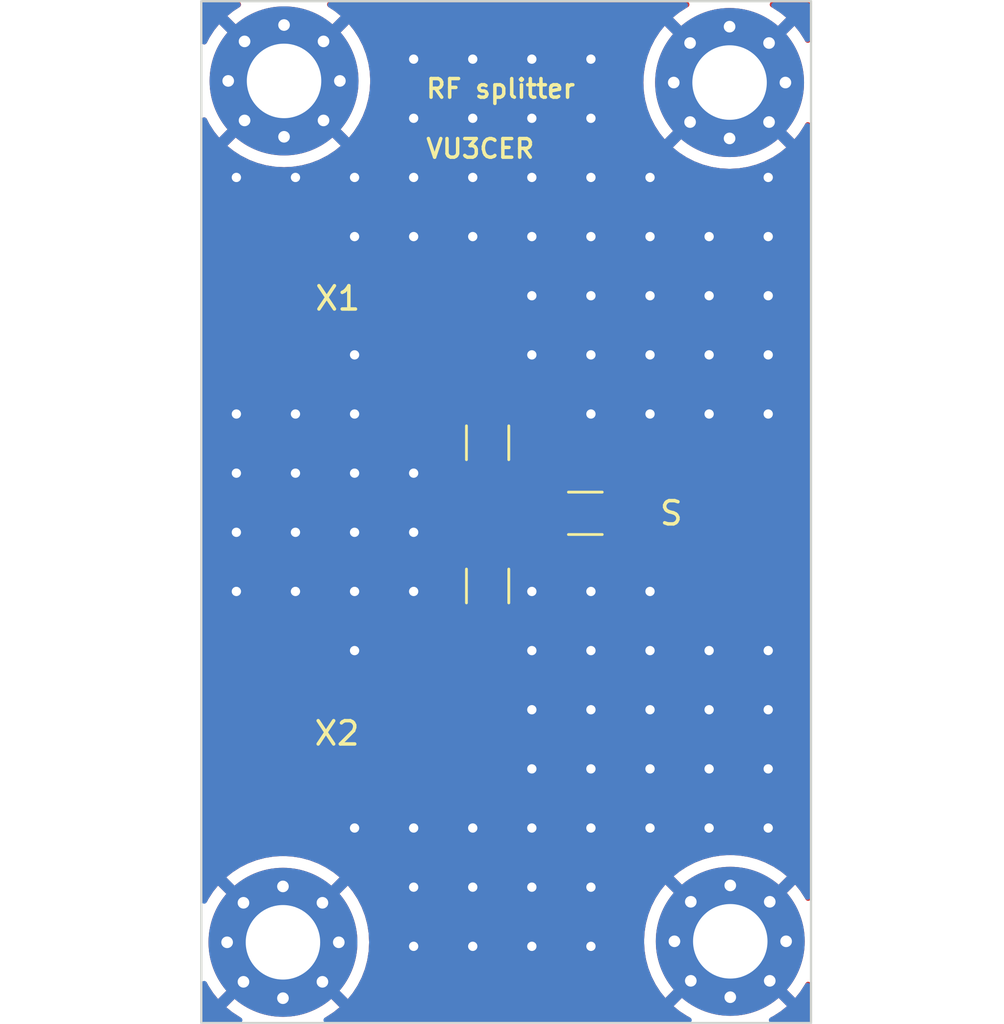
<source format=kicad_pcb>
(kicad_pcb (version 20221018) (generator pcbnew)
  (layers (0 "F.Cu" signal) (31 "B.Cu" signal) (34 "B.Paste" user) (35 "F.Paste" user) (36 "B.SilkS" user "B.Silkscreen") (37 "F.SilkS" user "F.Silkscreen") (38 "B.Mask" user) (39 "F.Mask" user) (44 "Edge.Cuts" user))
  (net 0 "")
  (net 1 "GND")
  (net 2 "Net-(SMA3-In)")
  (net 3 "Net-(SMA2-In)")
  (net 4 "Net-(SMA1-In)")
  (net 5 "Net-(R1-Pad1)")
  (footprint "Resistor_SMD:R_1206_3216Metric_Pad1.30x1.75mm_HandSolder" (layer "F.Cu") (at 101.83 105.72 180)
    (fp_text reference "R2" hide)
    (fp_text value "16.7R" hide)
    (fp_line (start -0.727064 -0.91) (end 0.727064 -0.91) (stroke (width 0.12)) (layer "F.SilkS"))
    (fp_line (start -0.727064 0.91) (end 0.727064 0.91) (stroke (width 0.12)) (layer "F.SilkS"))
    (pad "1" smd roundrect (at -1.55 0 180) (size 1.3 1.75) (layers "F.Cu" "F.Paste" "F.Mask") (roundrect_rratio 0.1923076923) (net 2 "Net-(SMA3-In)"))
    (pad "2" smd roundrect (at 1.55 0 180) (size 1.3 1.75) (layers "F.Cu" "F.Paste" "F.Mask") (roundrect_rratio 0.1923076923) (net 5 "Net-(R1-Pad1)"))
  )
  (footprint "footprints:SMA_EDGELAUNCH_Modded" (layer "F.Cu") (at 110.52 105.7 180)
    (fp_text reference "SMA3" hide)
    (fp_text value "S" (at 4.42 -0.02) (layer "F.SilkS") (effects (justify right)))
    (pad "1" smd rect (at 2.032 0 270) (size 1.27 4.064) (layers "F.Cu" "F.Mask") (net 2 "Net-(SMA3-In)"))
    (pad "2" smd rect (at 2.032 -2.54 270) (size 1.524 4.064) (layers "F.Cu" "F.Mask") (net 1 "GND"))
    (pad "2" smd rect (at 2.032 2.54 270) (size 1.524 4.064) (layers "F.Cu" "F.Mask") (net 1 "GND"))
  )
  (footprint "footprints:SMA_EDGELAUNCH_Modded" (layer "F.Cu") (at 85.99 96.45)
    (fp_text reference "SMA1" hide)
    (fp_text value "X1" (at 6.25 0.04 180) (layer "F.SilkS") (effects (justify right)))
    (pad "1" smd rect (at 2.032 0 90) (size 1.27 4.064) (layers "F.Cu" "F.Mask") (net 4 "Net-(SMA1-In)"))
    (pad "2" smd rect (at 2.032 -2.54 90) (size 1.524 4.064) (layers "F.Cu" "F.Mask") (net 1 "GND"))
    (pad "2" smd rect (at 2.032 2.54 90) (size 1.524 4.064) (layers "F.Cu" "F.Mask") (net 1 "GND"))
  )
  (footprint "Resistor_SMD:R_1206_3216Metric_Pad1.30x1.75mm_HandSolder" (layer "F.Cu") (at 97.63 108.84 -90)
    (fp_text reference "R3" hide)
    (fp_text value "16.7R" hide)
    (fp_line (start -0.727064 -0.91) (end 0.727064 -0.91) (stroke (width 0.12)) (layer "F.SilkS"))
    (fp_line (start -0.727064 0.91) (end 0.727064 0.91) (stroke (width 0.12)) (layer "F.SilkS"))
    (pad "1" smd roundrect (at -1.55 0 270) (size 1.3 1.75) (layers "F.Cu" "F.Paste" "F.Mask") (roundrect_rratio 0.1923076923) (net 5 "Net-(R1-Pad1)"))
    (pad "2" smd roundrect (at 1.55 0 270) (size 1.3 1.75) (layers "F.Cu" "F.Paste" "F.Mask") (roundrect_rratio 0.1923076923) (net 3 "Net-(SMA2-In)"))
  )
  (footprint "MountingHole:MountingHole_3.2mm_M3_Pad_Via" (layer "F.Cu") (at 88.88 87.15)
    (fp_text reference "H1" hide)
    (fp_text value "MountingHole_Pad" hide)
    (pad "1" thru_hole circle (at -2.4 0) (size 0.8 0.8) (drill 0.5) (layers "*.Cu" "*.Mask") (net 1 "GND"))
    (pad "1" thru_hole circle (at -1.697056 -1.697056) (size 0.8 0.8) (drill 0.5) (layers "*.Cu" "*.Mask") (net 1 "GND"))
    (pad "1" thru_hole circle (at -1.697056 1.697056) (size 0.8 0.8) (drill 0.5) (layers "*.Cu" "*.Mask") (net 1 "GND"))
    (pad "1" thru_hole circle (at 0 -2.4) (size 0.8 0.8) (drill 0.5) (layers "*.Cu" "*.Mask") (net 1 "GND"))
    (pad "1" thru_hole circle (at 0 0) (size 6.4 6.4) (drill 3.2) (layers "*.Cu" "*.Mask") (net 1 "GND"))
    (pad "1" thru_hole circle (at 0 2.4) (size 0.8 0.8) (drill 0.5) (layers "*.Cu" "*.Mask") (net 1 "GND"))
    (pad "1" thru_hole circle (at 1.697056 -1.697056) (size 0.8 0.8) (drill 0.5) (layers "*.Cu" "*.Mask") (net 1 "GND"))
    (pad "1" thru_hole circle (at 1.697056 1.697056) (size 0.8 0.8) (drill 0.5) (layers "*.Cu" "*.Mask") (net 1 "GND"))
    (pad "1" thru_hole circle (at 2.4 0) (size 0.8 0.8) (drill 0.5) (layers "*.Cu" "*.Mask") (net 1 "GND"))
  )
  (footprint "footprints:SMA_EDGELAUNCH_Modded" (layer "F.Cu") (at 85.98 115.12)
    (fp_text reference "SMA2" hide)
    (fp_text value "X2" (at 6.22745 0.05) (layer "F.SilkS") (effects (justify right)))
    (pad "1" smd rect (at 2.032 0 90) (size 1.27 4.064) (layers "F.Cu" "F.Mask") (net 3 "Net-(SMA2-In)"))
    (pad "2" smd rect (at 2.032 -2.54 90) (size 1.524 4.064) (layers "F.Cu" "F.Mask") (net 1 "GND"))
    (pad "2" smd rect (at 2.032 2.54 90) (size 1.524 4.064) (layers "F.Cu" "F.Mask") (net 1 "GND"))
  )
  (footprint "MountingHole:MountingHole_3.2mm_M3_Pad_Via" (layer "F.Cu") (at 108.03 87.22)
    (fp_text reference "H2" hide)
    (fp_text value "MountingHole_Pad" hide)
    (pad "1" thru_hole circle (at -2.4 0) (size 0.8 0.8) (drill 0.5) (layers "*.Cu" "*.Mask") (net 1 "GND"))
    (pad "1" thru_hole circle (at -1.697056 -1.697056) (size 0.8 0.8) (drill 0.5) (layers "*.Cu" "*.Mask") (net 1 "GND"))
    (pad "1" thru_hole circle (at -1.697056 1.697056) (size 0.8 0.8) (drill 0.5) (layers "*.Cu" "*.Mask") (net 1 "GND"))
    (pad "1" thru_hole circle (at 0 -2.4) (size 0.8 0.8) (drill 0.5) (layers "*.Cu" "*.Mask") (net 1 "GND"))
    (pad "1" thru_hole circle (at 0 0) (size 6.4 6.4) (drill 3.2) (layers "*.Cu" "*.Mask") (net 1 "GND"))
    (pad "1" thru_hole circle (at 0 2.4) (size 0.8 0.8) (drill 0.5) (layers "*.Cu" "*.Mask") (net 1 "GND"))
    (pad "1" thru_hole circle (at 1.697056 -1.697056) (size 0.8 0.8) (drill 0.5) (layers "*.Cu" "*.Mask") (net 1 "GND"))
    (pad "1" thru_hole circle (at 1.697056 1.697056) (size 0.8 0.8) (drill 0.5) (layers "*.Cu" "*.Mask") (net 1 "GND"))
    (pad "1" thru_hole circle (at 2.4 0) (size 0.8 0.8) (drill 0.5) (layers "*.Cu" "*.Mask") (net 1 "GND"))
  )
  (footprint "Resistor_SMD:R_1206_3216Metric_Pad1.30x1.75mm_HandSolder" (layer "F.Cu") (at 97.63 102.69 90)
    (fp_text reference "R1" hide)
    (fp_text value "16.7R" hide)
    (fp_line (start -0.727064 -0.91) (end 0.727064 -0.91) (stroke (width 0.12)) (layer "F.SilkS"))
    (fp_line (start -0.727064 0.91) (end 0.727064 0.91) (stroke (width 0.12)) (layer "F.SilkS"))
    (pad "1" smd roundrect (at -1.55 0 90) (size 1.3 1.75) (layers "F.Cu" "F.Paste" "F.Mask") (roundrect_rratio 0.1923076923) (net 5 "Net-(R1-Pad1)"))
    (pad "2" smd roundrect (at 1.55 0 90) (size 1.3 1.75) (layers "F.Cu" "F.Paste" "F.Mask") (roundrect_rratio 0.1923076923) (net 4 "Net-(SMA1-In)"))
  )
  (footprint "MountingHole:MountingHole_3.2mm_M3_Pad_Via" (layer "F.Cu") (at 88.832944 124.142944)
    (fp_text reference "H3" hide)
    (fp_text value "MountingHole_Pad" hide)
    (pad "1" thru_hole circle (at -2.4 0) (size 0.8 0.8) (drill 0.5) (layers "*.Cu" "*.Mask") (net 1 "GND"))
    (pad "1" thru_hole circle (at -1.697056 -1.697056) (size 0.8 0.8) (drill 0.5) (layers "*.Cu" "*.Mask") (net 1 "GND"))
    (pad "1" thru_hole circle (at -1.697056 1.697056) (size 0.8 0.8) (drill 0.5) (layers "*.Cu" "*.Mask") (net 1 "GND"))
    (pad "1" thru_hole circle (at 0 -2.4) (size 0.8 0.8) (drill 0.5) (layers "*.Cu" "*.Mask") (net 1 "GND"))
    (pad "1" thru_hole circle (at 0 0) (size 6.4 6.4) (drill 3.2) (layers "*.Cu" "*.Mask") (net 1 "GND"))
    (pad "1" thru_hole circle (at 0 2.4) (size 0.8 0.8) (drill 0.5) (layers "*.Cu" "*.Mask") (net 1 "GND"))
    (pad "1" thru_hole circle (at 1.697056 -1.697056) (size 0.8 0.8) (drill 0.5) (layers "*.Cu" "*.Mask") (net 1 "GND"))
    (pad "1" thru_hole circle (at 1.697056 1.697056) (size 0.8 0.8) (drill 0.5) (layers "*.Cu" "*.Mask") (net 1 "GND"))
    (pad "1" thru_hole circle (at 2.4 0) (size 0.8 0.8) (drill 0.5) (layers "*.Cu" "*.Mask") (net 1 "GND"))
  )
  (footprint "MountingHole:MountingHole_3.2mm_M3_Pad_Via" (layer "F.Cu") (at 108.06 124.1)
    (fp_text reference "H4" hide)
    (fp_text value "MountingHole_Pad" hide)
    (pad "1" thru_hole circle (at -2.4 0) (size 0.8 0.8) (drill 0.5) (layers "*.Cu" "*.Mask") (net 1 "GND"))
    (pad "1" thru_hole circle (at -1.697056 -1.697056) (size 0.8 0.8) (drill 0.5) (layers "*.Cu" "*.Mask") (net 1 "GND"))
    (pad "1" thru_hole circle (at -1.697056 1.697056) (size 0.8 0.8) (drill 0.5) (layers "*.Cu" "*.Mask") (net 1 "GND"))
    (pad "1" thru_hole circle (at 0 -2.4) (size 0.8 0.8) (drill 0.5) (layers "*.Cu" "*.Mask") (net 1 "GND"))
    (pad "1" thru_hole circle (at 0 0) (size 6.4 6.4) (drill 3.2) (layers "*.Cu" "*.Mask") (net 1 "GND"))
    (pad "1" thru_hole circle (at 0 2.4) (size 0.8 0.8) (drill 0.5) (layers "*.Cu" "*.Mask") (net 1 "GND"))
    (pad "1" thru_hole circle (at 1.697056 -1.697056) (size 0.8 0.8) (drill 0.5) (layers "*.Cu" "*.Mask") (net 1 "GND"))
    (pad "1" thru_hole circle (at 1.697056 1.697056) (size 0.8 0.8) (drill 0.5) (layers "*.Cu" "*.Mask") (net 1 "GND"))
    (pad "1" thru_hole circle (at 2.4 0) (size 0.8 0.8) (drill 0.5) (layers "*.Cu" "*.Mask") (net 1 "GND"))
  )
  (gr_rect (start 85.3234 83.725) (end 111.53 127.61) (stroke (width 0.1)) (fill none) (layer "Edge.Cuts"))
  (gr_text "RF splitter\n\nVU3CER" (at 94.91 90.53) (layer "F.SilkS") (effects (font (size 0.8 0.8)) (justify left bottom)))
  (via (at 107.1509 114.155) (size 0.8) (drill 0.4) (layers "F.Cu" "B.Cu") (net 1))
  (via (at 99.5309 96.375) (size 0.8) (drill 0.4) (layers "F.Cu" "B.Cu") (net 1))
  (via (at 102.0709 96.375) (size 0.8) (drill 0.4) (layers "F.Cu" "B.Cu") (net 1))
  (via (at 99.5309 114.155) (size 0.8) (drill 0.4) (layers "F.Cu" "B.Cu") (net 1))
  (via (at 107.1509 119.235) (size 0.8) (drill 0.4) (layers "F.Cu" "B.Cu") (net 1))
  (via (at 102.0709 111.615) (size 0.8) (drill 0.4) (layers "F.Cu" "B.Cu") (net 1))
  (via (at 94.4509 109.075) (size 0.8) (drill 0.4) (layers "F.Cu" "B.Cu") (net 1))
  (via (at 107.1509 98.915) (size 0.8) (drill 0.4) (layers "F.Cu" "B.Cu") (net 1))
  (via (at 107.1509 101.455) (size 0.8) (drill 0.4) (layers "F.Cu" "B.Cu") (net 1))
  (via (at 91.9109 111.615) (size 0.8) (drill 0.4) (layers "F.Cu" "B.Cu") (net 1))
  (via (at 109.6909 91.295) (size 0.8) (drill 0.4) (layers "F.Cu" "B.Cu") (net 1))
  (via (at 94.4509 88.755) (size 0.8) (drill 0.4) (layers "F.Cu" "B.Cu") (net 1))
  (via (at 96.9909 88.755) (size 0.8) (drill 0.4) (layers "F.Cu" "B.Cu") (net 1))
  (via (at 91.9109 119.235) (size 0.8) (drill 0.4) (layers "F.Cu" "B.Cu") (net 1))
  (via (at 109.6909 93.835) (size 0.8) (drill 0.4) (layers "F.Cu" "B.Cu") (net 1))
  (via (at 96.9909 86.215) (size 0.8) (drill 0.4) (layers "F.Cu" "B.Cu") (net 1))
  (via (at 109.6909 119.235) (size 0.8) (drill 0.4) (layers "F.Cu" "B.Cu") (net 1))
  (via (at 86.8309 91.295) (size 0.8) (drill 0.4) (layers "F.Cu" "B.Cu") (net 1))
  (via (at 99.5309 91.295) (size 0.8) (drill 0.4) (layers "F.Cu" "B.Cu") (net 1))
  (via (at 94.4509 103.995) (size 0.8) (drill 0.4) (layers "F.Cu" "B.Cu") (net 1))
  (via (at 96.9909 121.775) (size 0.8) (drill 0.4) (layers "F.Cu" "B.Cu") (net 1))
  (via (at 109.6909 101.455) (size 0.8) (drill 0.4) (layers "F.Cu" "B.Cu") (net 1))
  (via (at 91.9109 101.455) (size 0.8) (drill 0.4) (layers "F.Cu" "B.Cu") (net 1))
  (via (at 104.6109 96.375) (size 0.8) (drill 0.4) (layers "F.Cu" "B.Cu") (net 1))
  (via (at 91.9109 98.915) (size 0.8) (drill 0.4) (layers "F.Cu" "B.Cu") (net 1))
  (via (at 89.3709 103.995) (size 0.8) (drill 0.4) (layers "F.Cu" "B.Cu") (net 1))
  (via (at 102.0709 114.155) (size 0.8) (drill 0.4) (layers "F.Cu" "B.Cu") (net 1))
  (via (at 102.0709 88.755) (size 0.8) (drill 0.4) (layers "F.Cu" "B.Cu") (net 1))
  (via (at 104.6109 91.295) (size 0.8) (drill 0.4) (layers "F.Cu" "B.Cu") (net 1))
  (via (at 91.9109 93.835) (size 0.8) (drill 0.4) (layers "F.Cu" "B.Cu") (net 1))
  (via (at 107.1509 96.375) (size 0.8) (drill 0.4) (layers "F.Cu" "B.Cu") (net 1))
  (via (at 102.0709 109.075) (size 0.8) (drill 0.4) (layers "F.Cu" "B.Cu") (net 1))
  (via (at 91.9109 103.995) (size 0.8) (drill 0.4) (layers "F.Cu" "B.Cu") (net 1))
  (via (at 102.0709 121.775) (size 0.8) (drill 0.4) (layers "F.Cu" "B.Cu") (net 1))
  (via (at 109.6909 111.615) (size 0.8) (drill 0.4) (layers "F.Cu" "B.Cu") (net 1))
  (via (at 109.6909 96.375) (size 0.8) (drill 0.4) (layers "F.Cu" "B.Cu") (net 1))
  (via (at 86.8309 103.995) (size 0.8) (drill 0.4) (layers "F.Cu" "B.Cu") (net 1))
  (via (at 104.6109 116.695) (size 0.8) (drill 0.4) (layers "F.Cu" "B.Cu") (net 1))
  (via (at 99.5309 93.835) (size 0.8) (drill 0.4) (layers "F.Cu" "B.Cu") (net 1))
  (via (at 96.9909 119.235) (size 0.8) (drill 0.4) (layers "F.Cu" "B.Cu") (net 1))
  (via (at 94.4509 106.535) (size 0.8) (drill 0.4) (layers "F.Cu" "B.Cu") (net 1))
  (via (at 94.4509 93.835) (size 0.8) (drill 0.4) (layers "F.Cu" "B.Cu") (net 1))
  (via (at 102.0709 101.455) (size 0.8) (drill 0.4) (layers "F.Cu" "B.Cu") (net 1))
  (via (at 91.9109 109.075) (size 0.8) (drill 0.4) (layers "F.Cu" "B.Cu") (net 1))
  (via (at 104.6109 119.235) (size 0.8) (drill 0.4) (layers "F.Cu" "B.Cu") (net 1))
  (via (at 102.0709 119.235) (size 0.8) (drill 0.4) (layers "F.Cu" "B.Cu") (net 1))
  (via (at 89.3709 109.075) (size 0.8) (drill 0.4) (layers "F.Cu" "B.Cu") (net 1))
  (via (at 96.9909 124.315) (size 0.8) (drill 0.4) (layers "F.Cu" "B.Cu") (net 1))
  (via (at 102.0709 116.695) (size 0.8) (drill 0.4) (layers "F.Cu" "B.Cu") (net 1))
  (via (at 104.6109 114.155) (size 0.8) (drill 0.4) (layers "F.Cu" "B.Cu") (net 1))
  (via (at 89.3709 91.295) (size 0.8) (drill 0.4) (layers "F.Cu" "B.Cu") (net 1))
  (via (at 104.6109 111.615) (size 0.8) (drill 0.4) (layers "F.Cu" "B.Cu") (net 1))
  (via (at 102.0709 124.315) (size 0.8) (drill 0.4) (layers "F.Cu" "B.Cu") (net 1))
  (via (at 89.3709 101.455) (size 0.8) (drill 0.4) (layers "F.Cu" "B.Cu") (net 1))
  (via (at 104.6109 98.915) (size 0.8) (drill 0.4) (layers "F.Cu" "B.Cu") (net 1))
  (via (at 96.9909 91.295) (size 0.8) (drill 0.4) (layers "F.Cu" "B.Cu") (net 1))
  (via (at 89.3709 106.535) (size 0.8) (drill 0.4) (layers "F.Cu" "B.Cu") (net 1))
  (via (at 86.8309 101.455) (size 0.8) (drill 0.4) (layers "F.Cu" "B.Cu") (net 1))
  (via (at 91.9109 91.295) (size 0.8) (drill 0.4) (layers "F.Cu" "B.Cu") (net 1))
  (via (at 104.6109 93.835) (size 0.8) (drill 0.4) (layers "F.Cu" "B.Cu") (net 1))
  (via (at 94.4509 124.315) (size 0.8) (drill 0.4) (layers "F.Cu" "B.Cu") (net 1))
  (via (at 86.8309 109.075) (size 0.8) (drill 0.4) (layers "F.Cu" "B.Cu") (net 1))
  (via (at 99.5309 98.915) (size 0.8) (drill 0.4) (layers "F.Cu" "B.Cu") (net 1))
  (via (at 94.4509 91.295) (size 0.8) (drill 0.4) (layers "F.Cu" "B.Cu") (net 1))
  (via (at 107.1509 93.835) (size 0.8) (drill 0.4) (layers "F.Cu" "B.Cu") (net 1))
  (via (at 104.6109 109.075) (size 0.8) (drill 0.4) (layers "F.Cu" "B.Cu") (net 1))
  (via (at 99.5309 88.755) (size 0.8) (drill 0.4) (layers "F.Cu" "B.Cu") (net 1))
  (via (at 109.6909 114.155) (size 0.8) (drill 0.4) (layers "F.Cu" "B.Cu") (net 1))
  (via (at 94.4509 86.215) (size 0.8) (drill 0.4) (layers "F.Cu" "B.Cu") (net 1))
  (via (at 99.5309 116.695) (size 0.8) (drill 0.4) (layers "F.Cu" "B.Cu") (net 1))
  (via (at 94.4509 121.775) (size 0.8) (drill 0.4) (layers "F.Cu" "B.Cu") (net 1))
  (via (at 102.0709 91.295) (size 0.8) (drill 0.4) (layers "F.Cu" "B.Cu") (net 1))
  (via (at 104.6109 101.455) (size 0.8) (drill 0.4) (layers "F.Cu" "B.Cu") (net 1))
  (via (at 109.6909 98.915) (size 0.8) (drill 0.4) (layers "F.Cu" "B.Cu") (net 1))
  (via (at 99.5309 119.235) (size 0.8) (drill 0.4) (layers "F.Cu" "B.Cu") (net 1))
  (via (at 94.4509 119.235) (size 0.8) (drill 0.4) (layers "F.Cu" "B.Cu") (net 1))
  (via (at 109.6909 116.695) (size 0.8) (drill 0.4) (layers "F.Cu" "B.Cu") (net 1))
  (via (at 107.1509 116.695) (size 0.8) (drill 0.4) (layers "F.Cu" "B.Cu") (net 1))
  (via (at 99.5309 109.075) (size 0.8) (drill 0.4) (layers "F.Cu" "B.Cu") (net 1))
  (via (at 99.5309 111.615) (size 0.8) (drill 0.4) (layers "F.Cu" "B.Cu") (net 1))
  (via (at 86.8309 106.535) (size 0.8) (drill 0.4) (layers "F.Cu" "B.Cu") (net 1))
  (via (at 102.0709 93.835) (size 0.8) (drill 0.4) (layers "F.Cu" "B.Cu") (net 1))
  (via (at 91.9109 106.535) (size 0.8) (drill 0.4) (layers "F.Cu" "B.Cu") (net 1))
  (via (at 99.5309 121.775) (size 0.8) (drill 0.4) (layers "F.Cu" "B.Cu") (net 1))
  (via (at 96.9909 93.835) (size 0.8) (drill 0.4) (layers "F.Cu" "B.Cu") (net 1))
  (via (at 102.0709 86.215) (size 0.8) (drill 0.4) (layers "F.Cu" "B.Cu") (net 1))
  (via (at 102.0709 98.915) (size 0.8) (drill 0.4) (layers "F.Cu" "B.Cu") (net 1))
  (via (at 99.5309 124.315) (size 0.8) (drill 0.4) (layers "F.Cu" "B.Cu") (net 1))
  (via (at 107.1509 111.615) (size 0.8) (drill 0.4) (layers "F.Cu" "B.Cu") (net 1))
  (via (at 99.5309 86.215) (size 0.8) (drill 0.4) (layers "F.Cu" "B.Cu") (net 1))
  (segment (start 103.38 105.72) (end 108.468 105.72) (width 1.5) (layer "F.Cu") (net 2))
  (segment (start 97.68 112.137359) (end 97.68 110.44) (width 1.5) (layer "F.Cu") (net 3))
  (segment (start 88.012 115.12) (end 95.525786 115.12) (width 1.5) (layer "F.Cu") (net 3))
  (segment (start 96.232893 114.827107) (end 96.80132 114.25868) (width 1.5) (layer "F.Cu") (net 3))
  (arc (start 96.80132 114.25868) (mid 97.451638 113.28541) (end 97.68 112.137359) (width 1.5) (layer "F.Cu") (net 3))
  (arc (start 95.525786 115.12) (mid 95.90847 115.04388) (end 96.232893 114.827107) (width 1.5) (layer "F.Cu") (net 3))
  (segment (start 96.80132 97.07132) (end 96.472893 96.742893) (width 1.5) (layer "F.Cu") (net 4))
  (segment (start 95.765786 96.45) (end 88.022 96.45) (width 1.5) (layer "F.Cu") (net 4))
  (segment (start 97.68 99.192641) (end 97.68 101.09) (width 1.5) (layer "F.Cu") (net 4))
  (arc (start 96.472893 96.742893) (mid 96.14847 96.52612) (end 95.765786 96.45) (width 1.5) (layer "F.Cu") (net 4))
  (arc (start 97.68 99.192641) (mid 97.451638 98.04459) (end 96.80132 97.07132) (width 1.5) (layer "F.Cu") (net 4))
  (segment (start 97.63 105.76) (end 97.63 107.29) (width 1.5) (layer "F.Cu") (net 5))
  (segment (start 97.63 104.24) (end 97.63 105.76) (width 1.5) (layer "F.Cu") (net 5))
  (segment (start 97.63 105.76) (end 100.24 105.76) (width 1.5) (layer "F.Cu") (net 5))
  (zone (net 1) (net_name "GND") (layer "F.Cu") (priority 1) (connect_pads (clearance 0.5)) (min_thickness 0.25) (fill yes (thermal_gap 0.5) (thermal_bridge_width 0.5))
    (polygon (pts (xy 85.315 83.745) (xy 111.515 83.745) (xy 111.535 127.59) (xy 85.335 127.59)))
  )
  (zone (net 1) (net_name "GND") (layer "B.Cu") (connect_pads (clearance 0.5)) (min_thickness 0.25) (fill yes (thermal_gap 0.5) (thermal_bridge_width 0.5))
    (polygon (pts (xy 85.295 83.755) (xy 111.495 83.78) (xy 111.505 127.62) (xy 85.305 127.62)))
  )
)
</source>
